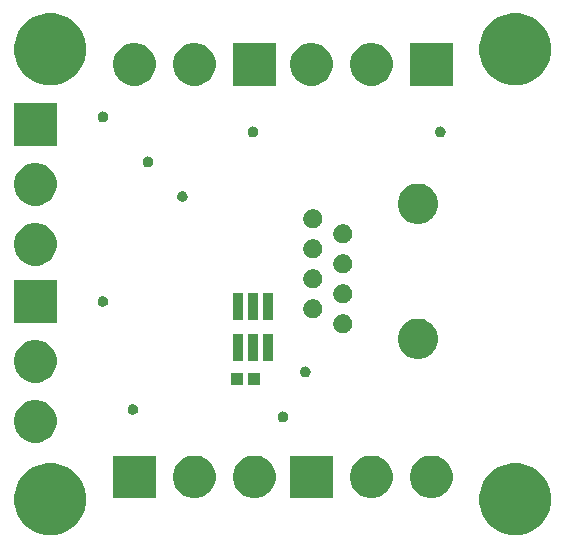
<source format=gts>
G04 #@! TF.GenerationSoftware,KiCad,Pcbnew,(5.1.6)-1*
G04 #@! TF.CreationDate,2023-04-30T23:16:11+02:00*
G04 #@! TF.ProjectId,hub-1-wire,6875622d-312d-4776-9972-652e6b696361,rev?*
G04 #@! TF.SameCoordinates,Original*
G04 #@! TF.FileFunction,Soldermask,Top*
G04 #@! TF.FilePolarity,Negative*
%FSLAX46Y46*%
G04 Gerber Fmt 4.6, Leading zero omitted, Abs format (unit mm)*
G04 Created by KiCad (PCBNEW (5.1.6)-1) date 2023-04-30 23:16:11*
%MOMM*%
%LPD*%
G01*
G04 APERTURE LIST*
%ADD10C,0.100000*%
G04 APERTURE END LIST*
D10*
G36*
X237109943Y-108826248D02*
G01*
X237665189Y-109056238D01*
X237665190Y-109056239D01*
X238164899Y-109390134D01*
X238589866Y-109815101D01*
X238589867Y-109815103D01*
X238923762Y-110314811D01*
X239153752Y-110870057D01*
X239271000Y-111459501D01*
X239271000Y-112060499D01*
X239153752Y-112649943D01*
X238923762Y-113205189D01*
X238923761Y-113205190D01*
X238589866Y-113704899D01*
X238164899Y-114129866D01*
X237913347Y-114297948D01*
X237665189Y-114463762D01*
X237109943Y-114693752D01*
X236520499Y-114811000D01*
X235919501Y-114811000D01*
X235330057Y-114693752D01*
X234774811Y-114463762D01*
X234526653Y-114297948D01*
X234275101Y-114129866D01*
X233850134Y-113704899D01*
X233516239Y-113205190D01*
X233516238Y-113205189D01*
X233286248Y-112649943D01*
X233169000Y-112060499D01*
X233169000Y-111459501D01*
X233286248Y-110870057D01*
X233516238Y-110314811D01*
X233850133Y-109815103D01*
X233850134Y-109815101D01*
X234275101Y-109390134D01*
X234774810Y-109056239D01*
X234774811Y-109056238D01*
X235330057Y-108826248D01*
X235919501Y-108709000D01*
X236520499Y-108709000D01*
X237109943Y-108826248D01*
G37*
G36*
X197739943Y-108826248D02*
G01*
X198295189Y-109056238D01*
X198295190Y-109056239D01*
X198794899Y-109390134D01*
X199219866Y-109815101D01*
X199219867Y-109815103D01*
X199553762Y-110314811D01*
X199783752Y-110870057D01*
X199901000Y-111459501D01*
X199901000Y-112060499D01*
X199783752Y-112649943D01*
X199553762Y-113205189D01*
X199553761Y-113205190D01*
X199219866Y-113704899D01*
X198794899Y-114129866D01*
X198543347Y-114297948D01*
X198295189Y-114463762D01*
X197739943Y-114693752D01*
X197150499Y-114811000D01*
X196549501Y-114811000D01*
X195960057Y-114693752D01*
X195404811Y-114463762D01*
X195156653Y-114297948D01*
X194905101Y-114129866D01*
X194480134Y-113704899D01*
X194146239Y-113205190D01*
X194146238Y-113205189D01*
X193916248Y-112649943D01*
X193799000Y-112060499D01*
X193799000Y-111459501D01*
X193916248Y-110870057D01*
X194146238Y-110314811D01*
X194480133Y-109815103D01*
X194480134Y-109815101D01*
X194905101Y-109390134D01*
X195404810Y-109056239D01*
X195404811Y-109056238D01*
X195960057Y-108826248D01*
X196549501Y-108709000D01*
X197150499Y-108709000D01*
X197739943Y-108826248D01*
G37*
G36*
X209567331Y-108123211D02*
G01*
X209895092Y-108258974D01*
X210190070Y-108456072D01*
X210440928Y-108706930D01*
X210638026Y-109001908D01*
X210773789Y-109329669D01*
X210843000Y-109677616D01*
X210843000Y-110032384D01*
X210773789Y-110380331D01*
X210638026Y-110708092D01*
X210440928Y-111003070D01*
X210190070Y-111253928D01*
X209895092Y-111451026D01*
X209567331Y-111586789D01*
X209219384Y-111656000D01*
X208864616Y-111656000D01*
X208516669Y-111586789D01*
X208188908Y-111451026D01*
X207893930Y-111253928D01*
X207643072Y-111003070D01*
X207445974Y-110708092D01*
X207310211Y-110380331D01*
X207241000Y-110032384D01*
X207241000Y-109677616D01*
X207310211Y-109329669D01*
X207445974Y-109001908D01*
X207643072Y-108706930D01*
X207893930Y-108456072D01*
X208188908Y-108258974D01*
X208516669Y-108123211D01*
X208864616Y-108054000D01*
X209219384Y-108054000D01*
X209567331Y-108123211D01*
G37*
G36*
X214647331Y-108123211D02*
G01*
X214975092Y-108258974D01*
X215270070Y-108456072D01*
X215520928Y-108706930D01*
X215718026Y-109001908D01*
X215853789Y-109329669D01*
X215923000Y-109677616D01*
X215923000Y-110032384D01*
X215853789Y-110380331D01*
X215718026Y-110708092D01*
X215520928Y-111003070D01*
X215270070Y-111253928D01*
X214975092Y-111451026D01*
X214647331Y-111586789D01*
X214299384Y-111656000D01*
X213944616Y-111656000D01*
X213596669Y-111586789D01*
X213268908Y-111451026D01*
X212973930Y-111253928D01*
X212723072Y-111003070D01*
X212525974Y-110708092D01*
X212390211Y-110380331D01*
X212321000Y-110032384D01*
X212321000Y-109677616D01*
X212390211Y-109329669D01*
X212525974Y-109001908D01*
X212723072Y-108706930D01*
X212973930Y-108456072D01*
X213268908Y-108258974D01*
X213596669Y-108123211D01*
X213944616Y-108054000D01*
X214299384Y-108054000D01*
X214647331Y-108123211D01*
G37*
G36*
X205763000Y-111656000D02*
G01*
X202161000Y-111656000D01*
X202161000Y-108054000D01*
X205763000Y-108054000D01*
X205763000Y-111656000D01*
G37*
G36*
X224553331Y-108123211D02*
G01*
X224881092Y-108258974D01*
X225176070Y-108456072D01*
X225426928Y-108706930D01*
X225624026Y-109001908D01*
X225759789Y-109329669D01*
X225829000Y-109677616D01*
X225829000Y-110032384D01*
X225759789Y-110380331D01*
X225624026Y-110708092D01*
X225426928Y-111003070D01*
X225176070Y-111253928D01*
X224881092Y-111451026D01*
X224553331Y-111586789D01*
X224205384Y-111656000D01*
X223850616Y-111656000D01*
X223502669Y-111586789D01*
X223174908Y-111451026D01*
X222879930Y-111253928D01*
X222629072Y-111003070D01*
X222431974Y-110708092D01*
X222296211Y-110380331D01*
X222227000Y-110032384D01*
X222227000Y-109677616D01*
X222296211Y-109329669D01*
X222431974Y-109001908D01*
X222629072Y-108706930D01*
X222879930Y-108456072D01*
X223174908Y-108258974D01*
X223502669Y-108123211D01*
X223850616Y-108054000D01*
X224205384Y-108054000D01*
X224553331Y-108123211D01*
G37*
G36*
X229633331Y-108123211D02*
G01*
X229961092Y-108258974D01*
X230256070Y-108456072D01*
X230506928Y-108706930D01*
X230704026Y-109001908D01*
X230839789Y-109329669D01*
X230909000Y-109677616D01*
X230909000Y-110032384D01*
X230839789Y-110380331D01*
X230704026Y-110708092D01*
X230506928Y-111003070D01*
X230256070Y-111253928D01*
X229961092Y-111451026D01*
X229633331Y-111586789D01*
X229285384Y-111656000D01*
X228930616Y-111656000D01*
X228582669Y-111586789D01*
X228254908Y-111451026D01*
X227959930Y-111253928D01*
X227709072Y-111003070D01*
X227511974Y-110708092D01*
X227376211Y-110380331D01*
X227307000Y-110032384D01*
X227307000Y-109677616D01*
X227376211Y-109329669D01*
X227511974Y-109001908D01*
X227709072Y-108706930D01*
X227959930Y-108456072D01*
X228254908Y-108258974D01*
X228582669Y-108123211D01*
X228930616Y-108054000D01*
X229285384Y-108054000D01*
X229633331Y-108123211D01*
G37*
G36*
X220749000Y-111656000D02*
G01*
X217147000Y-111656000D01*
X217147000Y-108054000D01*
X220749000Y-108054000D01*
X220749000Y-111656000D01*
G37*
G36*
X196105331Y-103424211D02*
G01*
X196433092Y-103559974D01*
X196728070Y-103757072D01*
X196978928Y-104007930D01*
X197176026Y-104302908D01*
X197311789Y-104630669D01*
X197381000Y-104978616D01*
X197381000Y-105333384D01*
X197311789Y-105681331D01*
X197176026Y-106009092D01*
X196978928Y-106304070D01*
X196728070Y-106554928D01*
X196433092Y-106752026D01*
X196105331Y-106887789D01*
X195757384Y-106957000D01*
X195402616Y-106957000D01*
X195054669Y-106887789D01*
X194726908Y-106752026D01*
X194431930Y-106554928D01*
X194181072Y-106304070D01*
X193983974Y-106009092D01*
X193848211Y-105681331D01*
X193779000Y-105333384D01*
X193779000Y-104978616D01*
X193848211Y-104630669D01*
X193983974Y-104302908D01*
X194181072Y-104007930D01*
X194431930Y-103757072D01*
X194726908Y-103559974D01*
X195054669Y-103424211D01*
X195402616Y-103355000D01*
X195757384Y-103355000D01*
X196105331Y-103424211D01*
G37*
G36*
X216666552Y-104341331D02*
G01*
X216748627Y-104375328D01*
X216748629Y-104375329D01*
X216785813Y-104400175D01*
X216822495Y-104424685D01*
X216885315Y-104487505D01*
X216934672Y-104561373D01*
X216968669Y-104643448D01*
X216986000Y-104730579D01*
X216986000Y-104819421D01*
X216968669Y-104906552D01*
X216938818Y-104978617D01*
X216934671Y-104988629D01*
X216885314Y-105062496D01*
X216822496Y-105125314D01*
X216748629Y-105174671D01*
X216748628Y-105174672D01*
X216748627Y-105174672D01*
X216666552Y-105208669D01*
X216579421Y-105226000D01*
X216490579Y-105226000D01*
X216403448Y-105208669D01*
X216321373Y-105174672D01*
X216321372Y-105174672D01*
X216321371Y-105174671D01*
X216247504Y-105125314D01*
X216184686Y-105062496D01*
X216135329Y-104988629D01*
X216131182Y-104978617D01*
X216101331Y-104906552D01*
X216084000Y-104819421D01*
X216084000Y-104730579D01*
X216101331Y-104643448D01*
X216135328Y-104561373D01*
X216184685Y-104487505D01*
X216247505Y-104424685D01*
X216284187Y-104400175D01*
X216321371Y-104375329D01*
X216321373Y-104375328D01*
X216403448Y-104341331D01*
X216490579Y-104324000D01*
X216579421Y-104324000D01*
X216666552Y-104341331D01*
G37*
G36*
X203966552Y-103706331D02*
G01*
X204048627Y-103740328D01*
X204048629Y-103740329D01*
X204073686Y-103757072D01*
X204122495Y-103789685D01*
X204185315Y-103852505D01*
X204234672Y-103926373D01*
X204268669Y-104008448D01*
X204286000Y-104095579D01*
X204286000Y-104184421D01*
X204268669Y-104271552D01*
X204234672Y-104353627D01*
X204187193Y-104424685D01*
X204185314Y-104427496D01*
X204122496Y-104490314D01*
X204048629Y-104539671D01*
X204048628Y-104539672D01*
X204048627Y-104539672D01*
X203966552Y-104573669D01*
X203879421Y-104591000D01*
X203790579Y-104591000D01*
X203703448Y-104573669D01*
X203621373Y-104539672D01*
X203621372Y-104539672D01*
X203621371Y-104539671D01*
X203547504Y-104490314D01*
X203484686Y-104427496D01*
X203482808Y-104424685D01*
X203435328Y-104353627D01*
X203401331Y-104271552D01*
X203384000Y-104184421D01*
X203384000Y-104095579D01*
X203401331Y-104008448D01*
X203435328Y-103926373D01*
X203484685Y-103852505D01*
X203547505Y-103789685D01*
X203596314Y-103757072D01*
X203621371Y-103740329D01*
X203621373Y-103740328D01*
X203703448Y-103706331D01*
X203790579Y-103689000D01*
X203879421Y-103689000D01*
X203966552Y-103706331D01*
G37*
G36*
X213136000Y-102101000D02*
G01*
X212134000Y-102101000D01*
X212134000Y-101099000D01*
X213136000Y-101099000D01*
X213136000Y-102101000D01*
G37*
G36*
X214586000Y-102101000D02*
G01*
X213584000Y-102101000D01*
X213584000Y-101099000D01*
X214586000Y-101099000D01*
X214586000Y-102101000D01*
G37*
G36*
X196105331Y-98344211D02*
G01*
X196433092Y-98479974D01*
X196728070Y-98677072D01*
X196978928Y-98927930D01*
X197176026Y-99222908D01*
X197311789Y-99550669D01*
X197381000Y-99898616D01*
X197381000Y-100253384D01*
X197311789Y-100601331D01*
X197176026Y-100929092D01*
X196978928Y-101224070D01*
X196728070Y-101474928D01*
X196433092Y-101672026D01*
X196105331Y-101807789D01*
X195757384Y-101877000D01*
X195402616Y-101877000D01*
X195054669Y-101807789D01*
X194726908Y-101672026D01*
X194431930Y-101474928D01*
X194181072Y-101224070D01*
X193983974Y-100929092D01*
X193848211Y-100601331D01*
X193779000Y-100253384D01*
X193779000Y-99898616D01*
X193848211Y-99550669D01*
X193983974Y-99222908D01*
X194181072Y-98927930D01*
X194431930Y-98677072D01*
X194726908Y-98479974D01*
X195054669Y-98344211D01*
X195402616Y-98275000D01*
X195757384Y-98275000D01*
X196105331Y-98344211D01*
G37*
G36*
X218571552Y-100531331D02*
G01*
X218653627Y-100565328D01*
X218653629Y-100565329D01*
X218690813Y-100590175D01*
X218727495Y-100614685D01*
X218790315Y-100677505D01*
X218839672Y-100751373D01*
X218873669Y-100833448D01*
X218891000Y-100920579D01*
X218891000Y-101009421D01*
X218873669Y-101096552D01*
X218839672Y-101178627D01*
X218839671Y-101178629D01*
X218790314Y-101252496D01*
X218727496Y-101315314D01*
X218653629Y-101364671D01*
X218653628Y-101364672D01*
X218653627Y-101364672D01*
X218571552Y-101398669D01*
X218484421Y-101416000D01*
X218395579Y-101416000D01*
X218308448Y-101398669D01*
X218226373Y-101364672D01*
X218226372Y-101364672D01*
X218226371Y-101364671D01*
X218152504Y-101315314D01*
X218089686Y-101252496D01*
X218040329Y-101178629D01*
X218040328Y-101178627D01*
X218006331Y-101096552D01*
X217989000Y-101009421D01*
X217989000Y-100920579D01*
X218006331Y-100833448D01*
X218040328Y-100751373D01*
X218089685Y-100677505D01*
X218152505Y-100614685D01*
X218189187Y-100590175D01*
X218226371Y-100565329D01*
X218226373Y-100565328D01*
X218308448Y-100531331D01*
X218395579Y-100514000D01*
X218484421Y-100514000D01*
X218571552Y-100531331D01*
G37*
G36*
X215716000Y-100033200D02*
G01*
X214814000Y-100033200D01*
X214814000Y-97731200D01*
X215716000Y-97731200D01*
X215716000Y-100033200D01*
G37*
G36*
X213176000Y-100033200D02*
G01*
X212274000Y-100033200D01*
X212274000Y-97731200D01*
X213176000Y-97731200D01*
X213176000Y-100033200D01*
G37*
G36*
X214446000Y-100033200D02*
G01*
X213544000Y-100033200D01*
X213544000Y-97731200D01*
X214446000Y-97731200D01*
X214446000Y-100033200D01*
G37*
G36*
X228461162Y-96536368D02*
G01*
X228770724Y-96664593D01*
X228863170Y-96726363D01*
X229049324Y-96850747D01*
X229286253Y-97087676D01*
X229316966Y-97133642D01*
X229472407Y-97366276D01*
X229600632Y-97675838D01*
X229666000Y-98004465D01*
X229666000Y-98339535D01*
X229600632Y-98668162D01*
X229472407Y-98977724D01*
X229472406Y-98977725D01*
X229286253Y-99256324D01*
X229049324Y-99493253D01*
X228963394Y-99550669D01*
X228770724Y-99679407D01*
X228461162Y-99807632D01*
X228132535Y-99873000D01*
X227797465Y-99873000D01*
X227468838Y-99807632D01*
X227159276Y-99679407D01*
X226966606Y-99550669D01*
X226880676Y-99493253D01*
X226643747Y-99256324D01*
X226457594Y-98977725D01*
X226457593Y-98977724D01*
X226329368Y-98668162D01*
X226264000Y-98339535D01*
X226264000Y-98004465D01*
X226329368Y-97675838D01*
X226457593Y-97366276D01*
X226613034Y-97133642D01*
X226643747Y-97087676D01*
X226880676Y-96850747D01*
X227066830Y-96726363D01*
X227159276Y-96664593D01*
X227468838Y-96536368D01*
X227797465Y-96471000D01*
X228132535Y-96471000D01*
X228461162Y-96536368D01*
G37*
G36*
X221848642Y-96129781D02*
G01*
X221994414Y-96190162D01*
X221994416Y-96190163D01*
X222125608Y-96277822D01*
X222237178Y-96389392D01*
X222244412Y-96400219D01*
X222324838Y-96520586D01*
X222385219Y-96666358D01*
X222416000Y-96821107D01*
X222416000Y-96978893D01*
X222385219Y-97133642D01*
X222324838Y-97279414D01*
X222324837Y-97279416D01*
X222237178Y-97410608D01*
X222125608Y-97522178D01*
X221994416Y-97609837D01*
X221994415Y-97609838D01*
X221994414Y-97609838D01*
X221848642Y-97670219D01*
X221693893Y-97701000D01*
X221536107Y-97701000D01*
X221381358Y-97670219D01*
X221235586Y-97609838D01*
X221235585Y-97609838D01*
X221235584Y-97609837D01*
X221104392Y-97522178D01*
X220992822Y-97410608D01*
X220905163Y-97279416D01*
X220905162Y-97279414D01*
X220844781Y-97133642D01*
X220814000Y-96978893D01*
X220814000Y-96821107D01*
X220844781Y-96666358D01*
X220905162Y-96520586D01*
X220985588Y-96400219D01*
X220992822Y-96389392D01*
X221104392Y-96277822D01*
X221235584Y-96190163D01*
X221235586Y-96190162D01*
X221381358Y-96129781D01*
X221536107Y-96099000D01*
X221693893Y-96099000D01*
X221848642Y-96129781D01*
G37*
G36*
X197381000Y-96797000D02*
G01*
X193779000Y-96797000D01*
X193779000Y-93195000D01*
X197381000Y-93195000D01*
X197381000Y-96797000D01*
G37*
G36*
X214446000Y-96578800D02*
G01*
X213544000Y-96578800D01*
X213544000Y-94276800D01*
X214446000Y-94276800D01*
X214446000Y-96578800D01*
G37*
G36*
X213176000Y-96578800D02*
G01*
X212274000Y-96578800D01*
X212274000Y-94276800D01*
X213176000Y-94276800D01*
X213176000Y-96578800D01*
G37*
G36*
X215716000Y-96578800D02*
G01*
X214814000Y-96578800D01*
X214814000Y-94276800D01*
X215716000Y-94276800D01*
X215716000Y-96578800D01*
G37*
G36*
X219308642Y-94859781D02*
G01*
X219454414Y-94920162D01*
X219454416Y-94920163D01*
X219585608Y-95007822D01*
X219697178Y-95119392D01*
X219757472Y-95209629D01*
X219784838Y-95250586D01*
X219845219Y-95396358D01*
X219876000Y-95551107D01*
X219876000Y-95708893D01*
X219845219Y-95863642D01*
X219784838Y-96009414D01*
X219784837Y-96009416D01*
X219697178Y-96140608D01*
X219585608Y-96252178D01*
X219454416Y-96339837D01*
X219454415Y-96339838D01*
X219454414Y-96339838D01*
X219308642Y-96400219D01*
X219153893Y-96431000D01*
X218996107Y-96431000D01*
X218841358Y-96400219D01*
X218695586Y-96339838D01*
X218695585Y-96339838D01*
X218695584Y-96339837D01*
X218564392Y-96252178D01*
X218452822Y-96140608D01*
X218365163Y-96009416D01*
X218365162Y-96009414D01*
X218304781Y-95863642D01*
X218274000Y-95708893D01*
X218274000Y-95551107D01*
X218304781Y-95396358D01*
X218365162Y-95250586D01*
X218392528Y-95209629D01*
X218452822Y-95119392D01*
X218564392Y-95007822D01*
X218695584Y-94920163D01*
X218695586Y-94920162D01*
X218841358Y-94859781D01*
X218996107Y-94829000D01*
X219153893Y-94829000D01*
X219308642Y-94859781D01*
G37*
G36*
X201426552Y-94562331D02*
G01*
X201508627Y-94596328D01*
X201508629Y-94596329D01*
X201545813Y-94621175D01*
X201582495Y-94645685D01*
X201645315Y-94708505D01*
X201694672Y-94782373D01*
X201728669Y-94864448D01*
X201746000Y-94951579D01*
X201746000Y-95040421D01*
X201728669Y-95127552D01*
X201714814Y-95161000D01*
X201694671Y-95209629D01*
X201645314Y-95283496D01*
X201582496Y-95346314D01*
X201508629Y-95395671D01*
X201508628Y-95395672D01*
X201508627Y-95395672D01*
X201426552Y-95429669D01*
X201339421Y-95447000D01*
X201250579Y-95447000D01*
X201163448Y-95429669D01*
X201081373Y-95395672D01*
X201081372Y-95395672D01*
X201081371Y-95395671D01*
X201007504Y-95346314D01*
X200944686Y-95283496D01*
X200895329Y-95209629D01*
X200875186Y-95161000D01*
X200861331Y-95127552D01*
X200844000Y-95040421D01*
X200844000Y-94951579D01*
X200861331Y-94864448D01*
X200895328Y-94782373D01*
X200944685Y-94708505D01*
X201007505Y-94645685D01*
X201044187Y-94621175D01*
X201081371Y-94596329D01*
X201081373Y-94596328D01*
X201163448Y-94562331D01*
X201250579Y-94545000D01*
X201339421Y-94545000D01*
X201426552Y-94562331D01*
G37*
G36*
X221848642Y-93589781D02*
G01*
X221994414Y-93650162D01*
X221994416Y-93650163D01*
X222125608Y-93737822D01*
X222237178Y-93849392D01*
X222244412Y-93860219D01*
X222324838Y-93980586D01*
X222385219Y-94126358D01*
X222416000Y-94281107D01*
X222416000Y-94438893D01*
X222385219Y-94593642D01*
X222337641Y-94708504D01*
X222324837Y-94739416D01*
X222237178Y-94870608D01*
X222125608Y-94982178D01*
X221994416Y-95069837D01*
X221994415Y-95069838D01*
X221994414Y-95069838D01*
X221848642Y-95130219D01*
X221693893Y-95161000D01*
X221536107Y-95161000D01*
X221381358Y-95130219D01*
X221235586Y-95069838D01*
X221235585Y-95069838D01*
X221235584Y-95069837D01*
X221104392Y-94982178D01*
X220992822Y-94870608D01*
X220905163Y-94739416D01*
X220892359Y-94708504D01*
X220844781Y-94593642D01*
X220814000Y-94438893D01*
X220814000Y-94281107D01*
X220844781Y-94126358D01*
X220905162Y-93980586D01*
X220985588Y-93860219D01*
X220992822Y-93849392D01*
X221104392Y-93737822D01*
X221235584Y-93650163D01*
X221235586Y-93650162D01*
X221381358Y-93589781D01*
X221536107Y-93559000D01*
X221693893Y-93559000D01*
X221848642Y-93589781D01*
G37*
G36*
X219308642Y-92319781D02*
G01*
X219454414Y-92380162D01*
X219454416Y-92380163D01*
X219585608Y-92467822D01*
X219697178Y-92579392D01*
X219704412Y-92590219D01*
X219784838Y-92710586D01*
X219845219Y-92856358D01*
X219876000Y-93011107D01*
X219876000Y-93168893D01*
X219845219Y-93323642D01*
X219784838Y-93469414D01*
X219784837Y-93469416D01*
X219697178Y-93600608D01*
X219585608Y-93712178D01*
X219454416Y-93799837D01*
X219454415Y-93799838D01*
X219454414Y-93799838D01*
X219308642Y-93860219D01*
X219153893Y-93891000D01*
X218996107Y-93891000D01*
X218841358Y-93860219D01*
X218695586Y-93799838D01*
X218695585Y-93799838D01*
X218695584Y-93799837D01*
X218564392Y-93712178D01*
X218452822Y-93600608D01*
X218365163Y-93469416D01*
X218365162Y-93469414D01*
X218304781Y-93323642D01*
X218274000Y-93168893D01*
X218274000Y-93011107D01*
X218304781Y-92856358D01*
X218365162Y-92710586D01*
X218445588Y-92590219D01*
X218452822Y-92579392D01*
X218564392Y-92467822D01*
X218695584Y-92380163D01*
X218695586Y-92380162D01*
X218841358Y-92319781D01*
X218996107Y-92289000D01*
X219153893Y-92289000D01*
X219308642Y-92319781D01*
G37*
G36*
X221848642Y-91049781D02*
G01*
X221994414Y-91110162D01*
X221994416Y-91110163D01*
X222125608Y-91197822D01*
X222237178Y-91309392D01*
X222244412Y-91320219D01*
X222324838Y-91440586D01*
X222385219Y-91586358D01*
X222416000Y-91741107D01*
X222416000Y-91898893D01*
X222385219Y-92053642D01*
X222324838Y-92199414D01*
X222324837Y-92199416D01*
X222237178Y-92330608D01*
X222125608Y-92442178D01*
X221994416Y-92529837D01*
X221994415Y-92529838D01*
X221994414Y-92529838D01*
X221848642Y-92590219D01*
X221693893Y-92621000D01*
X221536107Y-92621000D01*
X221381358Y-92590219D01*
X221235586Y-92529838D01*
X221235585Y-92529838D01*
X221235584Y-92529837D01*
X221104392Y-92442178D01*
X220992822Y-92330608D01*
X220905163Y-92199416D01*
X220905162Y-92199414D01*
X220844781Y-92053642D01*
X220814000Y-91898893D01*
X220814000Y-91741107D01*
X220844781Y-91586358D01*
X220905162Y-91440586D01*
X220985588Y-91320219D01*
X220992822Y-91309392D01*
X221104392Y-91197822D01*
X221235584Y-91110163D01*
X221235586Y-91110162D01*
X221381358Y-91049781D01*
X221536107Y-91019000D01*
X221693893Y-91019000D01*
X221848642Y-91049781D01*
G37*
G36*
X196105331Y-88438211D02*
G01*
X196433092Y-88573974D01*
X196728070Y-88771072D01*
X196978928Y-89021930D01*
X197176026Y-89316908D01*
X197311789Y-89644669D01*
X197381000Y-89992616D01*
X197381000Y-90347384D01*
X197311789Y-90695331D01*
X197176026Y-91023092D01*
X196978928Y-91318070D01*
X196728070Y-91568928D01*
X196433092Y-91766026D01*
X196105331Y-91901789D01*
X195757384Y-91971000D01*
X195402616Y-91971000D01*
X195054669Y-91901789D01*
X194726908Y-91766026D01*
X194431930Y-91568928D01*
X194181072Y-91318070D01*
X193983974Y-91023092D01*
X193848211Y-90695331D01*
X193779000Y-90347384D01*
X193779000Y-89992616D01*
X193848211Y-89644669D01*
X193983974Y-89316908D01*
X194181072Y-89021930D01*
X194431930Y-88771072D01*
X194726908Y-88573974D01*
X195054669Y-88438211D01*
X195402616Y-88369000D01*
X195757384Y-88369000D01*
X196105331Y-88438211D01*
G37*
G36*
X219308642Y-89779781D02*
G01*
X219454414Y-89840162D01*
X219454416Y-89840163D01*
X219585608Y-89927822D01*
X219697178Y-90039392D01*
X219704412Y-90050219D01*
X219784838Y-90170586D01*
X219845219Y-90316358D01*
X219876000Y-90471107D01*
X219876000Y-90628893D01*
X219845219Y-90783642D01*
X219784838Y-90929414D01*
X219784837Y-90929416D01*
X219697178Y-91060608D01*
X219585608Y-91172178D01*
X219454416Y-91259837D01*
X219454415Y-91259838D01*
X219454414Y-91259838D01*
X219308642Y-91320219D01*
X219153893Y-91351000D01*
X218996107Y-91351000D01*
X218841358Y-91320219D01*
X218695586Y-91259838D01*
X218695585Y-91259838D01*
X218695584Y-91259837D01*
X218564392Y-91172178D01*
X218452822Y-91060608D01*
X218365163Y-90929416D01*
X218365162Y-90929414D01*
X218304781Y-90783642D01*
X218274000Y-90628893D01*
X218274000Y-90471107D01*
X218304781Y-90316358D01*
X218365162Y-90170586D01*
X218445588Y-90050219D01*
X218452822Y-90039392D01*
X218564392Y-89927822D01*
X218695584Y-89840163D01*
X218695586Y-89840162D01*
X218841358Y-89779781D01*
X218996107Y-89749000D01*
X219153893Y-89749000D01*
X219308642Y-89779781D01*
G37*
G36*
X221848642Y-88509781D02*
G01*
X221994414Y-88570162D01*
X221994416Y-88570163D01*
X222125608Y-88657822D01*
X222237178Y-88769392D01*
X222244412Y-88780219D01*
X222324838Y-88900586D01*
X222385219Y-89046358D01*
X222416000Y-89201107D01*
X222416000Y-89358893D01*
X222385219Y-89513642D01*
X222324838Y-89659414D01*
X222324837Y-89659416D01*
X222237178Y-89790608D01*
X222125608Y-89902178D01*
X221994416Y-89989837D01*
X221994415Y-89989838D01*
X221994414Y-89989838D01*
X221848642Y-90050219D01*
X221693893Y-90081000D01*
X221536107Y-90081000D01*
X221381358Y-90050219D01*
X221235586Y-89989838D01*
X221235585Y-89989838D01*
X221235584Y-89989837D01*
X221104392Y-89902178D01*
X220992822Y-89790608D01*
X220905163Y-89659416D01*
X220905162Y-89659414D01*
X220844781Y-89513642D01*
X220814000Y-89358893D01*
X220814000Y-89201107D01*
X220844781Y-89046358D01*
X220905162Y-88900586D01*
X220985588Y-88780219D01*
X220992822Y-88769392D01*
X221104392Y-88657822D01*
X221235584Y-88570163D01*
X221235586Y-88570162D01*
X221381358Y-88509781D01*
X221536107Y-88479000D01*
X221693893Y-88479000D01*
X221848642Y-88509781D01*
G37*
G36*
X219308642Y-87239781D02*
G01*
X219454414Y-87300162D01*
X219454416Y-87300163D01*
X219585608Y-87387822D01*
X219697178Y-87499392D01*
X219728136Y-87545725D01*
X219784838Y-87630586D01*
X219845219Y-87776358D01*
X219876000Y-87931107D01*
X219876000Y-88088893D01*
X219845219Y-88243642D01*
X219843659Y-88247407D01*
X219784837Y-88389416D01*
X219697178Y-88520608D01*
X219585608Y-88632178D01*
X219454416Y-88719837D01*
X219454415Y-88719838D01*
X219454414Y-88719838D01*
X219308642Y-88780219D01*
X219153893Y-88811000D01*
X218996107Y-88811000D01*
X218841358Y-88780219D01*
X218695586Y-88719838D01*
X218695585Y-88719838D01*
X218695584Y-88719837D01*
X218564392Y-88632178D01*
X218452822Y-88520608D01*
X218365163Y-88389416D01*
X218306341Y-88247407D01*
X218304781Y-88243642D01*
X218274000Y-88088893D01*
X218274000Y-87931107D01*
X218304781Y-87776358D01*
X218365162Y-87630586D01*
X218421864Y-87545725D01*
X218452822Y-87499392D01*
X218564392Y-87387822D01*
X218695584Y-87300163D01*
X218695586Y-87300162D01*
X218841358Y-87239781D01*
X218996107Y-87209000D01*
X219153893Y-87209000D01*
X219308642Y-87239781D01*
G37*
G36*
X228461162Y-85104368D02*
G01*
X228770724Y-85232593D01*
X228770725Y-85232594D01*
X229049324Y-85418747D01*
X229286253Y-85655676D01*
X229353077Y-85755686D01*
X229472407Y-85934276D01*
X229600632Y-86243838D01*
X229666000Y-86572465D01*
X229666000Y-86907535D01*
X229600632Y-87236162D01*
X229472407Y-87545724D01*
X229472406Y-87545725D01*
X229286253Y-87824324D01*
X229049324Y-88061253D01*
X228863170Y-88185637D01*
X228770724Y-88247407D01*
X228461162Y-88375632D01*
X228132535Y-88441000D01*
X227797465Y-88441000D01*
X227468838Y-88375632D01*
X227159276Y-88247407D01*
X227066830Y-88185637D01*
X226880676Y-88061253D01*
X226643747Y-87824324D01*
X226457594Y-87545725D01*
X226457593Y-87545724D01*
X226329368Y-87236162D01*
X226264000Y-86907535D01*
X226264000Y-86572465D01*
X226329368Y-86243838D01*
X226457593Y-85934276D01*
X226576923Y-85755686D01*
X226643747Y-85655676D01*
X226880676Y-85418747D01*
X227159275Y-85232594D01*
X227159276Y-85232593D01*
X227468838Y-85104368D01*
X227797465Y-85039000D01*
X228132535Y-85039000D01*
X228461162Y-85104368D01*
G37*
G36*
X196105331Y-83358211D02*
G01*
X196433092Y-83493974D01*
X196728070Y-83691072D01*
X196978928Y-83941930D01*
X197176026Y-84236908D01*
X197311789Y-84564669D01*
X197381000Y-84912616D01*
X197381000Y-85267384D01*
X197311789Y-85615331D01*
X197176026Y-85943092D01*
X196978928Y-86238070D01*
X196728070Y-86488928D01*
X196433092Y-86686026D01*
X196105331Y-86821789D01*
X195757384Y-86891000D01*
X195402616Y-86891000D01*
X195054669Y-86821789D01*
X194726908Y-86686026D01*
X194431930Y-86488928D01*
X194181072Y-86238070D01*
X193983974Y-85943092D01*
X193848211Y-85615331D01*
X193779000Y-85267384D01*
X193779000Y-84912616D01*
X193848211Y-84564669D01*
X193983974Y-84236908D01*
X194181072Y-83941930D01*
X194431930Y-83691072D01*
X194726908Y-83493974D01*
X195054669Y-83358211D01*
X195402616Y-83289000D01*
X195757384Y-83289000D01*
X196105331Y-83358211D01*
G37*
G36*
X208157552Y-85672331D02*
G01*
X208239627Y-85706328D01*
X208239629Y-85706329D01*
X208276813Y-85731175D01*
X208313495Y-85755685D01*
X208376315Y-85818505D01*
X208425672Y-85892373D01*
X208459669Y-85974448D01*
X208477000Y-86061579D01*
X208477000Y-86150421D01*
X208459669Y-86237552D01*
X208425672Y-86319627D01*
X208425671Y-86319629D01*
X208376314Y-86393496D01*
X208313496Y-86456314D01*
X208239629Y-86505671D01*
X208239628Y-86505672D01*
X208239627Y-86505672D01*
X208157552Y-86539669D01*
X208070421Y-86557000D01*
X207981579Y-86557000D01*
X207894448Y-86539669D01*
X207812373Y-86505672D01*
X207812372Y-86505672D01*
X207812371Y-86505671D01*
X207738504Y-86456314D01*
X207675686Y-86393496D01*
X207626329Y-86319629D01*
X207626328Y-86319627D01*
X207592331Y-86237552D01*
X207575000Y-86150421D01*
X207575000Y-86061579D01*
X207592331Y-85974448D01*
X207626328Y-85892373D01*
X207675685Y-85818505D01*
X207738505Y-85755685D01*
X207775187Y-85731175D01*
X207812371Y-85706329D01*
X207812373Y-85706328D01*
X207894448Y-85672331D01*
X207981579Y-85655000D01*
X208070421Y-85655000D01*
X208157552Y-85672331D01*
G37*
G36*
X205236552Y-82751331D02*
G01*
X205318627Y-82785328D01*
X205318629Y-82785329D01*
X205355813Y-82810175D01*
X205392495Y-82834685D01*
X205455315Y-82897505D01*
X205504672Y-82971373D01*
X205538669Y-83053448D01*
X205556000Y-83140579D01*
X205556000Y-83229421D01*
X205538669Y-83316552D01*
X205504672Y-83398627D01*
X205504671Y-83398629D01*
X205455314Y-83472496D01*
X205392496Y-83535314D01*
X205318629Y-83584671D01*
X205318628Y-83584672D01*
X205318627Y-83584672D01*
X205236552Y-83618669D01*
X205149421Y-83636000D01*
X205060579Y-83636000D01*
X204973448Y-83618669D01*
X204891373Y-83584672D01*
X204891372Y-83584672D01*
X204891371Y-83584671D01*
X204817504Y-83535314D01*
X204754686Y-83472496D01*
X204705329Y-83398629D01*
X204705328Y-83398627D01*
X204671331Y-83316552D01*
X204654000Y-83229421D01*
X204654000Y-83140579D01*
X204671331Y-83053448D01*
X204705328Y-82971373D01*
X204754685Y-82897505D01*
X204817505Y-82834685D01*
X204854187Y-82810175D01*
X204891371Y-82785329D01*
X204891373Y-82785328D01*
X204973448Y-82751331D01*
X205060579Y-82734000D01*
X205149421Y-82734000D01*
X205236552Y-82751331D01*
G37*
G36*
X197381000Y-81811000D02*
G01*
X193779000Y-81811000D01*
X193779000Y-78209000D01*
X197381000Y-78209000D01*
X197381000Y-81811000D01*
G37*
G36*
X214126552Y-80211331D02*
G01*
X214208627Y-80245328D01*
X214208629Y-80245329D01*
X214245813Y-80270175D01*
X214282495Y-80294685D01*
X214345315Y-80357505D01*
X214394672Y-80431373D01*
X214428669Y-80513448D01*
X214446000Y-80600579D01*
X214446000Y-80689421D01*
X214428669Y-80776552D01*
X214394672Y-80858627D01*
X214394671Y-80858629D01*
X214345314Y-80932496D01*
X214282496Y-80995314D01*
X214208629Y-81044671D01*
X214208628Y-81044672D01*
X214208627Y-81044672D01*
X214126552Y-81078669D01*
X214039421Y-81096000D01*
X213950579Y-81096000D01*
X213863448Y-81078669D01*
X213781373Y-81044672D01*
X213781372Y-81044672D01*
X213781371Y-81044671D01*
X213707504Y-80995314D01*
X213644686Y-80932496D01*
X213595329Y-80858629D01*
X213595328Y-80858627D01*
X213561331Y-80776552D01*
X213544000Y-80689421D01*
X213544000Y-80600579D01*
X213561331Y-80513448D01*
X213595328Y-80431373D01*
X213644685Y-80357505D01*
X213707505Y-80294685D01*
X213744187Y-80270175D01*
X213781371Y-80245329D01*
X213781373Y-80245328D01*
X213863448Y-80211331D01*
X213950579Y-80194000D01*
X214039421Y-80194000D01*
X214126552Y-80211331D01*
G37*
G36*
X230001552Y-80211331D02*
G01*
X230083627Y-80245328D01*
X230083629Y-80245329D01*
X230120813Y-80270175D01*
X230157495Y-80294685D01*
X230220315Y-80357505D01*
X230269672Y-80431373D01*
X230303669Y-80513448D01*
X230321000Y-80600579D01*
X230321000Y-80689421D01*
X230303669Y-80776552D01*
X230269672Y-80858627D01*
X230269671Y-80858629D01*
X230220314Y-80932496D01*
X230157496Y-80995314D01*
X230083629Y-81044671D01*
X230083628Y-81044672D01*
X230083627Y-81044672D01*
X230001552Y-81078669D01*
X229914421Y-81096000D01*
X229825579Y-81096000D01*
X229738448Y-81078669D01*
X229656373Y-81044672D01*
X229656372Y-81044672D01*
X229656371Y-81044671D01*
X229582504Y-80995314D01*
X229519686Y-80932496D01*
X229470329Y-80858629D01*
X229470328Y-80858627D01*
X229436331Y-80776552D01*
X229419000Y-80689421D01*
X229419000Y-80600579D01*
X229436331Y-80513448D01*
X229470328Y-80431373D01*
X229519685Y-80357505D01*
X229582505Y-80294685D01*
X229619187Y-80270175D01*
X229656371Y-80245329D01*
X229656373Y-80245328D01*
X229738448Y-80211331D01*
X229825579Y-80194000D01*
X229914421Y-80194000D01*
X230001552Y-80211331D01*
G37*
G36*
X201426552Y-78941331D02*
G01*
X201508627Y-78975328D01*
X201508629Y-78975329D01*
X201545813Y-79000175D01*
X201582495Y-79024685D01*
X201645315Y-79087505D01*
X201694672Y-79161373D01*
X201728669Y-79243448D01*
X201746000Y-79330579D01*
X201746000Y-79419421D01*
X201728669Y-79506552D01*
X201694672Y-79588627D01*
X201694671Y-79588629D01*
X201645314Y-79662496D01*
X201582496Y-79725314D01*
X201508629Y-79774671D01*
X201508628Y-79774672D01*
X201508627Y-79774672D01*
X201426552Y-79808669D01*
X201339421Y-79826000D01*
X201250579Y-79826000D01*
X201163448Y-79808669D01*
X201081373Y-79774672D01*
X201081372Y-79774672D01*
X201081371Y-79774671D01*
X201007504Y-79725314D01*
X200944686Y-79662496D01*
X200895329Y-79588629D01*
X200895328Y-79588627D01*
X200861331Y-79506552D01*
X200844000Y-79419421D01*
X200844000Y-79330579D01*
X200861331Y-79243448D01*
X200895328Y-79161373D01*
X200944685Y-79087505D01*
X201007505Y-79024685D01*
X201044187Y-79000175D01*
X201081371Y-78975329D01*
X201081373Y-78975328D01*
X201163448Y-78941331D01*
X201250579Y-78924000D01*
X201339421Y-78924000D01*
X201426552Y-78941331D01*
G37*
G36*
X224553331Y-73198211D02*
G01*
X224881092Y-73333974D01*
X225176070Y-73531072D01*
X225426928Y-73781930D01*
X225624026Y-74076908D01*
X225759789Y-74404669D01*
X225829000Y-74752616D01*
X225829000Y-75107384D01*
X225759789Y-75455331D01*
X225624026Y-75783092D01*
X225426928Y-76078070D01*
X225176070Y-76328928D01*
X224881092Y-76526026D01*
X224553331Y-76661789D01*
X224205384Y-76731000D01*
X223850616Y-76731000D01*
X223502669Y-76661789D01*
X223174908Y-76526026D01*
X222879930Y-76328928D01*
X222629072Y-76078070D01*
X222431974Y-75783092D01*
X222296211Y-75455331D01*
X222227000Y-75107384D01*
X222227000Y-74752616D01*
X222296211Y-74404669D01*
X222431974Y-74076908D01*
X222629072Y-73781930D01*
X222879930Y-73531072D01*
X223174908Y-73333974D01*
X223502669Y-73198211D01*
X223850616Y-73129000D01*
X224205384Y-73129000D01*
X224553331Y-73198211D01*
G37*
G36*
X219473331Y-73198211D02*
G01*
X219801092Y-73333974D01*
X220096070Y-73531072D01*
X220346928Y-73781930D01*
X220544026Y-74076908D01*
X220679789Y-74404669D01*
X220749000Y-74752616D01*
X220749000Y-75107384D01*
X220679789Y-75455331D01*
X220544026Y-75783092D01*
X220346928Y-76078070D01*
X220096070Y-76328928D01*
X219801092Y-76526026D01*
X219473331Y-76661789D01*
X219125384Y-76731000D01*
X218770616Y-76731000D01*
X218422669Y-76661789D01*
X218094908Y-76526026D01*
X217799930Y-76328928D01*
X217549072Y-76078070D01*
X217351974Y-75783092D01*
X217216211Y-75455331D01*
X217147000Y-75107384D01*
X217147000Y-74752616D01*
X217216211Y-74404669D01*
X217351974Y-74076908D01*
X217549072Y-73781930D01*
X217799930Y-73531072D01*
X218094908Y-73333974D01*
X218422669Y-73198211D01*
X218770616Y-73129000D01*
X219125384Y-73129000D01*
X219473331Y-73198211D01*
G37*
G36*
X230909000Y-76731000D02*
G01*
X227307000Y-76731000D01*
X227307000Y-73129000D01*
X230909000Y-73129000D01*
X230909000Y-76731000D01*
G37*
G36*
X209567331Y-73198211D02*
G01*
X209895092Y-73333974D01*
X210190070Y-73531072D01*
X210440928Y-73781930D01*
X210638026Y-74076908D01*
X210773789Y-74404669D01*
X210843000Y-74752616D01*
X210843000Y-75107384D01*
X210773789Y-75455331D01*
X210638026Y-75783092D01*
X210440928Y-76078070D01*
X210190070Y-76328928D01*
X209895092Y-76526026D01*
X209567331Y-76661789D01*
X209219384Y-76731000D01*
X208864616Y-76731000D01*
X208516669Y-76661789D01*
X208188908Y-76526026D01*
X207893930Y-76328928D01*
X207643072Y-76078070D01*
X207445974Y-75783092D01*
X207310211Y-75455331D01*
X207241000Y-75107384D01*
X207241000Y-74752616D01*
X207310211Y-74404669D01*
X207445974Y-74076908D01*
X207643072Y-73781930D01*
X207893930Y-73531072D01*
X208188908Y-73333974D01*
X208516669Y-73198211D01*
X208864616Y-73129000D01*
X209219384Y-73129000D01*
X209567331Y-73198211D01*
G37*
G36*
X204487331Y-73198211D02*
G01*
X204815092Y-73333974D01*
X205110070Y-73531072D01*
X205360928Y-73781930D01*
X205558026Y-74076908D01*
X205693789Y-74404669D01*
X205763000Y-74752616D01*
X205763000Y-75107384D01*
X205693789Y-75455331D01*
X205558026Y-75783092D01*
X205360928Y-76078070D01*
X205110070Y-76328928D01*
X204815092Y-76526026D01*
X204487331Y-76661789D01*
X204139384Y-76731000D01*
X203784616Y-76731000D01*
X203436669Y-76661789D01*
X203108908Y-76526026D01*
X202813930Y-76328928D01*
X202563072Y-76078070D01*
X202365974Y-75783092D01*
X202230211Y-75455331D01*
X202161000Y-75107384D01*
X202161000Y-74752616D01*
X202230211Y-74404669D01*
X202365974Y-74076908D01*
X202563072Y-73781930D01*
X202813930Y-73531072D01*
X203108908Y-73333974D01*
X203436669Y-73198211D01*
X203784616Y-73129000D01*
X204139384Y-73129000D01*
X204487331Y-73198211D01*
G37*
G36*
X215923000Y-76731000D02*
G01*
X212321000Y-76731000D01*
X212321000Y-73129000D01*
X215923000Y-73129000D01*
X215923000Y-76731000D01*
G37*
G36*
X197739943Y-70726248D02*
G01*
X198295189Y-70956238D01*
X198295190Y-70956239D01*
X198794899Y-71290134D01*
X199219866Y-71715101D01*
X199219867Y-71715103D01*
X199553762Y-72214811D01*
X199783752Y-72770057D01*
X199901000Y-73359501D01*
X199901000Y-73960499D01*
X199783752Y-74549943D01*
X199553762Y-75105189D01*
X199553761Y-75105190D01*
X199219866Y-75604899D01*
X198794899Y-76029866D01*
X198543347Y-76197948D01*
X198295189Y-76363762D01*
X197739943Y-76593752D01*
X197150499Y-76711000D01*
X196549501Y-76711000D01*
X195960057Y-76593752D01*
X195404811Y-76363762D01*
X195156653Y-76197948D01*
X194905101Y-76029866D01*
X194480134Y-75604899D01*
X194146239Y-75105190D01*
X194146238Y-75105189D01*
X193916248Y-74549943D01*
X193799000Y-73960499D01*
X193799000Y-73359501D01*
X193916248Y-72770057D01*
X194146238Y-72214811D01*
X194480133Y-71715103D01*
X194480134Y-71715101D01*
X194905101Y-71290134D01*
X195404810Y-70956239D01*
X195404811Y-70956238D01*
X195960057Y-70726248D01*
X196549501Y-70609000D01*
X197150499Y-70609000D01*
X197739943Y-70726248D01*
G37*
G36*
X237109943Y-70726248D02*
G01*
X237665189Y-70956238D01*
X237665190Y-70956239D01*
X238164899Y-71290134D01*
X238589866Y-71715101D01*
X238589867Y-71715103D01*
X238923762Y-72214811D01*
X239153752Y-72770057D01*
X239271000Y-73359501D01*
X239271000Y-73960499D01*
X239153752Y-74549943D01*
X238923762Y-75105189D01*
X238923761Y-75105190D01*
X238589866Y-75604899D01*
X238164899Y-76029866D01*
X237913347Y-76197948D01*
X237665189Y-76363762D01*
X237109943Y-76593752D01*
X236520499Y-76711000D01*
X235919501Y-76711000D01*
X235330057Y-76593752D01*
X234774811Y-76363762D01*
X234526653Y-76197948D01*
X234275101Y-76029866D01*
X233850134Y-75604899D01*
X233516239Y-75105190D01*
X233516238Y-75105189D01*
X233286248Y-74549943D01*
X233169000Y-73960499D01*
X233169000Y-73359501D01*
X233286248Y-72770057D01*
X233516238Y-72214811D01*
X233850133Y-71715103D01*
X233850134Y-71715101D01*
X234275101Y-71290134D01*
X234774810Y-70956239D01*
X234774811Y-70956238D01*
X235330057Y-70726248D01*
X235919501Y-70609000D01*
X236520499Y-70609000D01*
X237109943Y-70726248D01*
G37*
M02*

</source>
